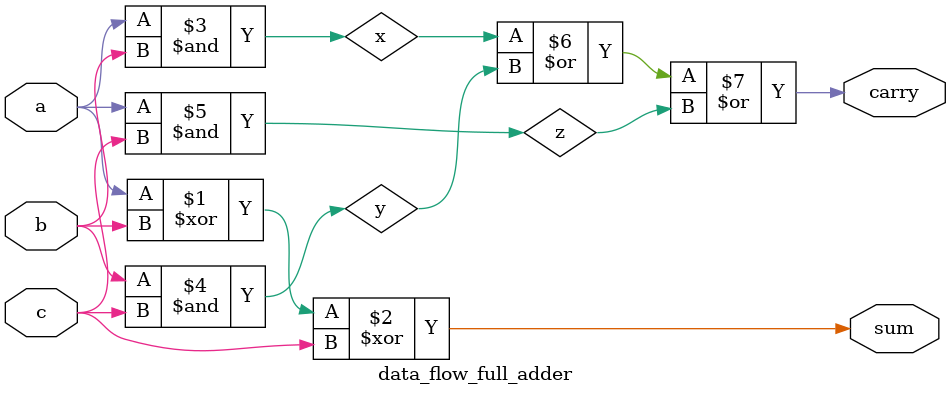
<source format=v>

module data_flow_full_adder(a,b,c,sum,carry);

 // input and output declarations 
 
	input a,b,c;
	output sum,carry;
	wire x,y,z;
	
 // using data flow modedel to give code for sum ex-y=a&b
  
  assign sum=a^b^c;
  
 // we using wires for inter connections
	
	assign x=a&b;
	assign y=b&c;
	assign z=a&c;
	
 // code for carry input getting from wires
        
   assign carry=x|y|z;



endmodule

</source>
